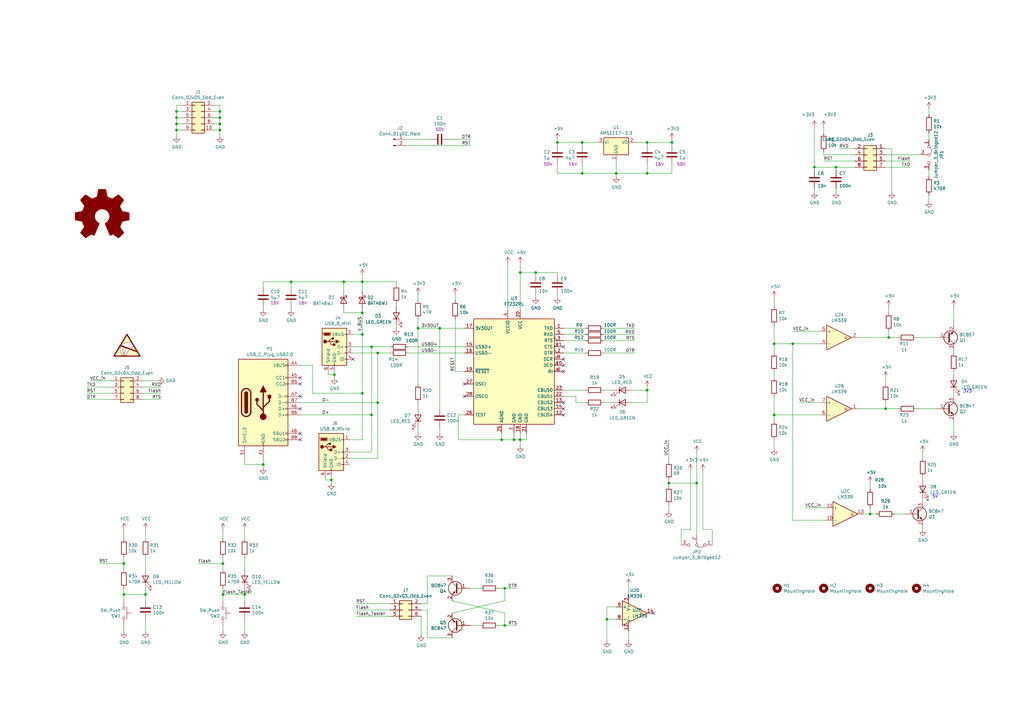
<source format=kicad_sch>
(kicad_sch (version 20211123) (generator eeschema)
  (paper "A3")
  (title_block (title "Flashpcb") (date "2020-10-16") (rev "1") (company "Rahlf, Henning and Rahlf, Eike and Mecke, Bruno"))
  (junction (at 148.59 128.27))
  (junction (at 148.59 137.16))
  (junction (at 274.32 198.12))
  (junction (at 228.6 58.42))
  (junction (at 90.17 53.34))
  (junction (at 205.74 180.34))
  (junction (at 137.16 153.67))
  (junction (at 252.73 71.12))
  (junction (at 219.71 111.76))
  (junction (at 248.92 254))
  (junction (at 90.17 48.26))
  (junction (at 238.76 58.42))
  (junction (at 152.4 170.18))
  (junction (at 334.01 68.58))
  (junction (at 180.34 134.62))
  (junction (at 72.39 48.26))
  (junction (at 171.45 134.62))
  (junction (at 152.4 142.24))
  (junction (at 285.75 198.12))
  (junction (at 72.39 50.8))
  (junction (at 213.36 111.76))
  (junction (at 325.12 140.97))
  (junction (at 265.43 58.42))
  (junction (at 148.59 161.29))
  (junction (at 356.87 210.82))
  (junction (at 107.95 190.5))
  (junction (at 317.5 140.97))
  (junction (at 91.44 231.14))
  (junction (at 364.49 138.43))
  (junction (at 140.97 115.57))
  (junction (at 363.22 167.64))
  (junction (at 50.8 243.84))
  (junction (at 154.94 144.78))
  (junction (at 238.76 71.12))
  (junction (at 154.94 165.1))
  (junction (at 265.43 160.02))
  (junction (at 342.9 68.58))
  (junction (at 148.59 115.57))
  (junction (at 213.36 180.34))
  (junction (at 119.38 115.57))
  (junction (at 317.5 170.18))
  (junction (at 207.01 256.54))
  (junction (at 72.39 45.72))
  (junction (at 135.89 196.85))
  (junction (at 265.43 71.12))
  (junction (at 72.39 53.34))
  (junction (at 275.59 58.42))
  (junction (at 90.17 50.8))
  (junction (at 50.8 231.14))
  (junction (at 210.82 180.34))
  (junction (at 91.44 243.84))
  (junction (at 100.33 243.84))
  (junction (at 90.17 45.72))
  (junction (at 59.69 243.84))
  (junction (at 207.01 241.3))
  (no_connect (at 123.19 154.94))
  (no_connect (at 231.14 170.18))
  (no_connect (at 231.14 167.64))
  (no_connect (at 123.19 180.34))
  (no_connect (at 231.14 147.32))
  (no_connect (at 267.97 251.46))
  (no_connect (at 231.14 152.4))
  (no_connect (at 190.5 157.48))
  (no_connect (at 123.19 162.56))
  (no_connect (at 123.19 177.8))
  (no_connect (at 123.19 157.48))
  (no_connect (at 231.14 165.1))
  (no_connect (at 123.19 167.64))
  (no_connect (at 190.5 162.56))
  (no_connect (at 144.78 147.32))
  (no_connect (at 231.14 142.24))
  (no_connect (at 231.14 149.86))
  (wire (pts (xy 238.76 67.31) (xy 238.76 71.12)))
  (wire (pts (xy 162.56 115.57) (xy 162.56 116.84)))
  (wire (pts (xy 35.56 163.83) (xy 45.72 163.83)))
  (wire (pts (xy 152.4 142.24) (xy 160.02 142.24)))
  (wire (pts (xy 375.92 138.43) (xy 383.54 138.43)))
  (wire (pts (xy 50.8 217.17) (xy 50.8 220.98)))
  (wire (pts (xy 378.46 205.74) (xy 378.46 204.47)))
  (wire (pts (xy 285.75 198.12) (xy 285.75 219.71)))
  (wire (pts (xy 236.22 165.1) (xy 240.03 165.1)))
  (wire (pts (xy 186.69 130.81) (xy 186.69 152.4)))
  (wire (pts (xy 207.01 241.3) (xy 212.09 241.3)))
  (wire (pts (xy 364.49 138.43) (xy 368.3 138.43)))
  (wire (pts (xy 74.93 45.72) (xy 72.39 45.72)))
  (wire (pts (xy 100.33 190.5) (xy 107.95 190.5)))
  (wire (pts (xy 193.04 241.3) (xy 196.85 241.3)))
  (wire (pts (xy 317.5 180.34) (xy 317.5 184.15)))
  (wire (pts (xy 35.56 161.29) (xy 45.72 161.29)))
  (wire (pts (xy 363.22 68.58) (xy 373.38 68.58)))
  (wire (pts (xy 59.69 241.3) (xy 59.69 243.84)))
  (wire (pts (xy 134.62 152.4) (xy 134.62 153.67)))
  (wire (pts (xy 186.69 152.4) (xy 190.5 152.4)))
  (wire (pts (xy 66.04 158.75) (xy 58.42 158.75)))
  (wire (pts (xy 100.33 241.3) (xy 100.33 243.84)))
  (wire (pts (xy 381 44.45) (xy 381 46.99)))
  (wire (pts (xy 171.45 134.62) (xy 171.45 130.81)))
  (wire (pts (xy 334.01 69.85) (xy 334.01 68.58)))
  (wire (pts (xy 317.5 170.18) (xy 336.55 170.18)))
  (wire (pts (xy 187.96 170.18) (xy 190.5 170.18)))
  (wire (pts (xy 81.28 231.14) (xy 91.44 231.14)))
  (wire (pts (xy 228.6 120.65) (xy 228.6 121.92)))
  (wire (pts (xy 265.43 160.02) (xy 265.43 165.1)))
  (wire (pts (xy 342.9 77.47) (xy 342.9 78.74)))
  (wire (pts (xy 148.59 113.03) (xy 148.59 115.57)))
  (wire (pts (xy 166.37 59.69) (xy 193.04 59.69)))
  (wire (pts (xy 154.94 165.1) (xy 154.94 187.96)))
  (wire (pts (xy 148.59 137.16) (xy 144.78 137.16)))
  (wire (pts (xy 87.63 50.8) (xy 90.17 50.8)))
  (wire (pts (xy 146.05 247.65) (xy 160.02 247.65)))
  (wire (pts (xy 248.92 254) (xy 248.92 262.89)))
  (wire (pts (xy 148.59 161.29) (xy 148.59 180.34)))
  (wire (pts (xy 336.55 165.1) (xy 327.66 165.1)))
  (wire (pts (xy 50.8 243.84) (xy 59.69 243.84)))
  (wire (pts (xy 292.1 223.52) (xy 292.1 217.17)))
  (wire (pts (xy 375.92 167.64) (xy 383.54 167.64)))
  (wire (pts (xy 74.93 43.18) (xy 72.39 43.18)))
  (wire (pts (xy 140.97 127) (xy 140.97 128.27)))
  (wire (pts (xy 275.59 71.12) (xy 275.59 67.31)))
  (wire (pts (xy 210.82 177.8) (xy 210.82 180.34)))
  (wire (pts (xy 265.43 58.42) (xy 275.59 58.42)))
  (wire (pts (xy 154.94 144.78) (xy 154.94 165.1)))
  (wire (pts (xy 339.09 213.36) (xy 325.12 213.36)))
  (wire (pts (xy 228.6 57.15) (xy 228.6 58.42)))
  (wire (pts (xy 236.22 162.56) (xy 236.22 165.1)))
  (wire (pts (xy 152.4 170.18) (xy 152.4 185.42)))
  (wire (pts (xy 74.93 53.34) (xy 72.39 53.34)))
  (wire (pts (xy 180.34 134.62) (xy 190.5 134.62)))
  (wire (pts (xy 185.42 246.38) (xy 207.01 251.46)))
  (wire (pts (xy 50.8 231.14) (xy 50.8 233.68)))
  (wire (pts (xy 259.08 160.02) (xy 265.43 160.02)))
  (wire (pts (xy 171.45 167.64) (xy 171.45 165.1)))
  (wire (pts (xy 50.8 256.54) (xy 50.8 259.08)))
  (wire (pts (xy 274.32 199.39) (xy 274.32 198.12)))
  (wire (pts (xy 184.15 57.15) (xy 193.04 57.15)))
  (wire (pts (xy 107.95 118.11) (xy 107.95 115.57)))
  (wire (pts (xy 317.5 170.18) (xy 317.5 172.72)))
  (wire (pts (xy 238.76 58.42) (xy 238.76 59.69)))
  (wire (pts (xy 207.01 251.46) (xy 207.01 256.54)))
  (wire (pts (xy 72.39 48.26) (xy 72.39 50.8)))
  (wire (pts (xy 128.27 149.86) (xy 128.27 161.29)))
  (wire (pts (xy 148.59 128.27) (xy 148.59 127)))
  (wire (pts (xy 100.33 243.84) (xy 100.33 246.38)))
  (wire (pts (xy 378.46 217.17) (xy 378.46 215.9)))
  (wire (pts (xy 59.69 228.6) (xy 59.69 233.68)))
  (wire (pts (xy 381 54.61) (xy 381 57.15)))
  (wire (pts (xy 87.63 48.26) (xy 90.17 48.26)))
  (wire (pts (xy 260.35 58.42) (xy 265.43 58.42)))
  (wire (pts (xy 285.75 198.12) (xy 285.75 185.42)))
  (wire (pts (xy 228.6 111.76) (xy 228.6 113.03)))
  (wire (pts (xy 231.14 160.02) (xy 240.03 160.02)))
  (wire (pts (xy 123.19 149.86) (xy 128.27 149.86)))
  (wire (pts (xy 210.82 180.34) (xy 213.36 180.34)))
  (wire (pts (xy 248.92 254) (xy 252.73 254)))
  (wire (pts (xy 58.42 161.29) (xy 66.04 161.29)))
  (wire (pts (xy 154.94 144.78) (xy 144.78 144.78)))
  (wire (pts (xy 231.14 137.16) (xy 240.03 137.16)))
  (wire (pts (xy 205.74 177.8) (xy 205.74 180.34)))
  (wire (pts (xy 283.21 193.04) (xy 283.21 217.17)))
  (wire (pts (xy 334.01 68.58) (xy 342.9 68.58)))
  (wire (pts (xy 87.63 45.72) (xy 90.17 45.72)))
  (wire (pts (xy 160.02 144.78) (xy 154.94 144.78)))
  (wire (pts (xy 213.36 111.76) (xy 213.36 127)))
  (wire (pts (xy 72.39 43.18) (xy 72.39 45.72)))
  (wire (pts (xy 208.28 107.95) (xy 208.28 127)))
  (wire (pts (xy 148.59 115.57) (xy 148.59 119.38)))
  (wire (pts (xy 107.95 127) (xy 107.95 125.73)))
  (wire (pts (xy 107.95 190.5) (xy 107.95 191.77)))
  (wire (pts (xy 58.42 163.83) (xy 66.04 163.83)))
  (wire (pts (xy 91.44 228.6) (xy 91.44 231.14)))
  (wire (pts (xy 363.22 60.96) (xy 365.76 60.96)))
  (wire (pts (xy 317.5 152.4) (xy 317.5 154.94)))
  (wire (pts (xy 175.26 247.65) (xy 175.26 236.22)))
  (wire (pts (xy 143.51 185.42) (xy 152.4 185.42)))
  (wire (pts (xy 364.49 135.89) (xy 364.49 138.43)))
  (wire (pts (xy 175.26 236.22) (xy 185.42 236.22)))
  (wire (pts (xy 135.89 196.85) (xy 135.89 198.12)))
  (wire (pts (xy 207.01 246.38) (xy 207.01 241.3)))
  (wire (pts (xy 279.4 217.17) (xy 283.21 217.17)))
  (wire (pts (xy 72.39 45.72) (xy 72.39 48.26)))
  (wire (pts (xy 391.16 162.56) (xy 391.16 161.29)))
  (wire (pts (xy 36.83 156.21) (xy 45.72 156.21)))
  (wire (pts (xy 231.14 139.7) (xy 240.03 139.7)))
  (wire (pts (xy 337.82 63.5) (xy 337.82 62.23)))
  (wire (pts (xy 248.92 248.92) (xy 248.92 254)))
  (wire (pts (xy 100.33 228.6) (xy 100.33 233.68)))
  (wire (pts (xy 247.65 144.78) (xy 260.35 144.78)))
  (wire (pts (xy 187.96 180.34) (xy 187.96 170.18)))
  (wire (pts (xy 231.14 134.62) (xy 240.03 134.62)))
  (wire (pts (xy 356.87 210.82) (xy 359.41 210.82)))
  (wire (pts (xy 317.5 144.78) (xy 317.5 140.97)))
  (wire (pts (xy 133.35 195.58) (xy 133.35 196.85)))
  (wire (pts (xy 172.72 252.73) (xy 172.72 260.35)))
  (wire (pts (xy 91.44 231.14) (xy 91.44 233.68)))
  (wire (pts (xy 391.16 153.67) (xy 391.16 152.4)))
  (wire (pts (xy 74.93 48.26) (xy 72.39 48.26)))
  (wire (pts (xy 171.45 157.48) (xy 171.45 134.62)))
  (wire (pts (xy 207.01 256.54) (xy 212.09 256.54)))
  (wire (pts (xy 317.5 121.92) (xy 317.5 125.73)))
  (wire (pts (xy 90.17 53.34) (xy 90.17 55.88)))
  (wire (pts (xy 167.64 142.24) (xy 190.5 142.24)))
  (wire (pts (xy 228.6 58.42) (xy 228.6 59.69)))
  (wire (pts (xy 317.5 140.97) (xy 317.5 133.35)))
  (wire (pts (xy 90.17 50.8) (xy 90.17 53.34)))
  (wire (pts (xy 354.33 210.82) (xy 356.87 210.82)))
  (wire (pts (xy 40.64 231.14) (xy 50.8 231.14)))
  (wire (pts (xy 50.8 228.6) (xy 50.8 231.14)))
  (wire (pts (xy 213.36 177.8) (xy 213.36 180.34)))
  (wire (pts (xy 391.16 125.73) (xy 391.16 133.35)))
  (wire (pts (xy 134.62 153.67) (xy 137.16 153.67)))
  (wire (pts (xy 91.44 246.38) (xy 91.44 243.84)))
  (wire (pts (xy 391.16 177.8) (xy 391.16 172.72)))
  (wire (pts (xy 171.45 123.19) (xy 171.45 120.65)))
  (wire (pts (xy 219.71 120.65) (xy 219.71 121.92)))
  (wire (pts (xy 213.36 182.88) (xy 213.36 180.34)))
  (wire (pts (xy 325.12 140.97) (xy 325.12 213.36)))
  (wire (pts (xy 257.81 243.84) (xy 257.81 240.03)))
  (wire (pts (xy 137.16 153.67) (xy 137.16 152.4)))
  (wire (pts (xy 35.56 158.75) (xy 45.72 158.75)))
  (wire (pts (xy 228.6 58.42) (xy 238.76 58.42)))
  (wire (pts (xy 91.44 217.17) (xy 91.44 220.98)))
  (wire (pts (xy 274.32 196.85) (xy 274.32 198.12)))
  (wire (pts (xy 363.22 66.04) (xy 373.38 66.04)))
  (wire (pts (xy 378.46 185.42) (xy 378.46 187.96)))
  (wire (pts (xy 381 69.85) (xy 381 72.39)))
  (wire (pts (xy 219.71 111.76) (xy 213.36 111.76)))
  (wire (pts (xy 378.46 196.85) (xy 378.46 195.58)))
  (wire (pts (xy 107.95 115.57) (xy 119.38 115.57)))
  (wire (pts (xy 162.56 133.35) (xy 162.56 134.62)))
  (wire (pts (xy 381 82.55) (xy 381 80.01)))
  (wire (pts (xy 247.65 139.7) (xy 260.35 139.7)))
  (wire (pts (xy 339.09 208.28) (xy 330.2 208.28)))
  (wire (pts (xy 342.9 68.58) (xy 342.9 69.85)))
  (wire (pts (xy 292.1 217.17) (xy 288.29 217.17)))
  (wire (pts (xy 337.82 54.61) (xy 337.82 52.07)))
  (wire (pts (xy 215.9 180.34) (xy 215.9 177.8)))
  (wire (pts (xy 213.36 107.95) (xy 213.36 111.76)))
  (wire (pts (xy 368.3 167.64) (xy 363.22 167.64)))
  (wire (pts (xy 337.82 66.04) (xy 350.52 66.04)))
  (wire (pts (xy 119.38 115.57) (xy 140.97 115.57)))
  (wire (pts (xy 91.44 256.54) (xy 91.44 259.08)))
  (wire (pts (xy 257.81 259.08) (xy 257.81 262.89)))
  (wire (pts (xy 252.73 248.92) (xy 248.92 248.92)))
  (wire (pts (xy 238.76 58.42) (xy 245.11 58.42)))
  (wire (pts (xy 59.69 259.08) (xy 59.69 254)))
  (wire (pts (xy 58.42 156.21) (xy 64.77 156.21)))
  (wire (pts (xy 231.14 162.56) (xy 236.22 162.56)))
  (wire (pts (xy 364.49 125.73) (xy 364.49 128.27)))
  (wire (pts (xy 146.05 252.73) (xy 160.02 252.73)))
  (wire (pts (xy 154.94 187.96) (xy 143.51 187.96)))
  (wire (pts (xy 336.55 135.89) (xy 325.12 135.89)))
  (wire (pts (xy 219.71 113.03) (xy 219.71 111.76)))
  (wire (pts (xy 207.01 256.54) (xy 204.47 256.54)))
  (wire (pts (xy 247.65 134.62) (xy 260.35 134.62)))
  (wire (pts (xy 350.52 60.96) (xy 344.17 60.96)))
  (wire (pts (xy 219.71 111.76) (xy 228.6 111.76)))
  (wire (pts (xy 205.74 180.34) (xy 210.82 180.34)))
  (wire (pts (xy 356.87 208.28) (xy 356.87 210.82)))
  (wire (pts (xy 265.43 58.42) (xy 265.43 59.69)))
  (wire (pts (xy 228.6 67.31) (xy 228.6 71.12)))
  (wire (pts (xy 275.59 58.42) (xy 275.59 59.69)))
  (wire (pts (xy 137.16 153.67) (xy 137.16 154.94)))
  (wire (pts (xy 367.03 210.82) (xy 370.84 210.82)))
  (wire (pts (xy 166.37 57.15) (xy 176.53 57.15)))
  (wire (pts (xy 172.72 250.19) (xy 175.26 250.19)))
  (wire (pts (xy 171.45 175.26) (xy 171.45 177.8)))
  (wire (pts (xy 186.69 120.65) (xy 186.69 123.19)))
  (wire (pts (xy 162.56 124.46) (xy 162.56 125.73)))
  (wire (pts (xy 148.59 137.16) (xy 148.59 161.29)))
  (wire (pts (xy 143.51 180.34) (xy 148.59 180.34)))
  (wire (pts (xy 100.33 217.17) (xy 100.33 220.98)))
  (wire (pts (xy 123.19 170.18) (xy 152.4 170.18)))
  (wire (pts (xy 119.38 118.11) (xy 119.38 115.57)))
  (wire (pts (xy 180.34 167.64) (xy 180.34 134.62)))
  (wire (pts (xy 252.73 66.04) (xy 252.73 71.12)))
  (wire (pts (xy 119.38 127) (xy 119.38 125.73)))
  (wire (pts (xy 342.9 68.58) (xy 350.52 68.58)))
  (wire (pts (xy 107.95 190.5) (xy 107.95 187.96)))
  (wire (pts (xy 140.97 115.57) (xy 140.97 119.38)))
  (wire (pts (xy 275.59 57.15) (xy 275.59 58.42)))
  (wire (pts (xy 334.01 68.58) (xy 334.01 52.07)))
  (wire (pts (xy 279.4 223.52) (xy 279.4 217.17)))
  (wire (pts (xy 351.79 138.43) (xy 364.49 138.43)))
  (wire (pts (xy 247.65 160.02) (xy 251.46 160.02)))
  (wire (pts (xy 135.89 196.85) (xy 135.89 195.58)))
  (wire (pts (xy 391.16 144.78) (xy 391.16 143.51)))
  (wire (pts (xy 90.17 48.26) (xy 90.17 50.8)))
  (wire (pts (xy 231.14 144.78) (xy 240.03 144.78)))
  (wire (pts (xy 180.34 175.26) (xy 180.34 177.8)))
  (wire (pts (xy 265.43 165.1) (xy 259.08 165.1)))
  (wire (pts (xy 90.17 45.72) (xy 90.17 48.26)))
  (wire (pts (xy 50.8 243.84) (xy 50.8 241.3)))
  (wire (pts (xy 265.43 158.75) (xy 265.43 160.02)))
  (wire (pts (xy 274.32 180.34) (xy 274.32 189.23)))
  (wire (pts (xy 205.74 180.34) (xy 187.96 180.34)))
  (wire (pts (xy 144.78 142.24) (xy 152.4 142.24)))
  (wire (pts (xy 133.35 196.85) (xy 135.89 196.85)))
  (wire (pts (xy 72.39 53.34) (xy 72.39 55.88)))
  (wire (pts (xy 265.43 71.12) (xy 275.59 71.12)))
  (wire (pts (xy 351.79 167.64) (xy 363.22 167.64)))
  (wire (pts (xy 252.73 71.12) (xy 252.73 72.39)))
  (wire (pts (xy 59.69 217.17) (xy 59.69 220.98)))
  (wire (pts (xy 140.97 128.27) (xy 148.59 128.27)))
  (wire (pts (xy 252.73 71.12) (xy 265.43 71.12)))
  (wire (pts (xy 50.8 246.38) (xy 50.8 243.84)))
  (wire (pts (xy 91.44 243.84) (xy 91.44 241.3)))
  (wire (pts (xy 152.4 142.24) (xy 152.4 170.18)))
  (wire (pts (xy 128.27 161.29) (xy 148.59 161.29)))
  (wire (pts (xy 140.97 115.57) (xy 148.59 115.57)))
  (wire (pts (xy 87.63 43.18) (xy 90.17 43.18)))
  (wire (pts (xy 74.93 50.8) (xy 72.39 50.8)))
  (wire (pts (xy 175.26 250.19) (xy 175.26 261.62)))
  (wire (pts (xy 317.5 170.18) (xy 317.5 162.56)))
  (wire (pts (xy 171.45 134.62) (xy 180.34 134.62)))
  (wire (pts (xy 72.39 50.8) (xy 72.39 53.34)))
  (wire (pts (xy 148.59 115.57) (xy 162.56 115.57)))
  (wire (pts (xy 148.59 128.27) (xy 148.59 137.16)))
  (wire (pts (xy 207.01 241.3) (xy 204.47 241.3)))
  (wire (pts (xy 185.42 251.46) (xy 207.01 246.38)))
  (wire (pts (xy 90.17 43.18) (xy 90.17 45.72)))
  (wire (pts (xy 87.63 53.34) (xy 90.17 53.34)))
  (wire (pts (xy 365.76 78.74) (xy 365.76 60.96)))
  (wire (pts (xy 196.85 256.54) (xy 193.04 256.54)))
  (wire (pts (xy 363.22 167.64) (xy 363.22 165.1)))
  (wire (pts (xy 123.19 165.1) (xy 154.94 165.1)))
  (wire (pts (xy 172.72 247.65) (xy 175.26 247.65)))
  (wire (pts (xy 334.01 77.47) (xy 334.01 78.74)))
  (wire (pts (xy 288.29 193.04) (xy 288.29 217.17)))
  (wire (pts (xy 190.5 144.78) (xy 167.64 144.78)))
  (wire (pts (xy 274.32 198.12) (xy 285.75 198.12)))
  (wire (pts (xy 100.33 187.96) (xy 100.33 190.5)))
  (wire (pts (xy 175.26 261.62) (xy 185.42 261.62)))
  (wire (pts (xy 363.22 63.5) (xy 377.19 63.5)))
  (wire (pts (xy 91.44 243.84) (xy 100.33 243.84)))
  (wire (pts (xy 274.32 209.55) (xy 274.32 207.01)))
  (wire (pts (xy 356.87 200.66) (xy 356.87 198.12)))
  (wire (pts (xy 363.22 154.94) (xy 363.22 157.48)))
  (wire (pts (xy 325.12 140.97) (xy 336.55 140.97)))
  (wire (pts (xy 238.76 71.12) (xy 252.73 71.12)))
  (wire (pts (xy 100.33 259.08) (xy 100.33 254)))
  (wire (pts (xy 247.65 165.1) (xy 251.46 165.1)))
  (wire (pts (xy 59.69 243.84) (xy 59.69 246.38)))
  (wire (pts (xy 228.6 71.12) (xy 238.76 71.12)))
  (wire (pts (xy 350.52 63.5) (xy 337.82 63.5)))
  (wire (pts (xy 146.05 250.19) (xy 160.02 250.19)))
  (wire (pts (xy 265.43 67.31) (xy 265.43 71.12)))
  (wire (pts (xy 247.65 137.16) (xy 260.35 137.16)))
  (wire (pts (xy 317.5 140.97) (xy 325.12 140.97)))
  (wire (pts (xy 213.36 180.34) (xy 215.9 180.34)))
  (text "5V\n" (at 382.27 204.47 0) (effects (font (size 1.27 1.27)) (justify left bottom)))
  (text "3V3\n" (at 394.97 161.29 0) (effects (font (size 1.27 1.27)) (justify left bottom)))
  (label "VCC_in" (at 330.2 208.28 0))
  (label "3V3OUT" (at 172.72 134.62 0))
  (label "USBD+" (at 172.72 142.24 0))
  (label "RXD" (at 260.35 137.16 180))
  (label "DTR" (at 260.35 144.78 180))
  (label "V_BUS" (at 148.59 135.89 90))
  (label "Flash" (at 81.28 231.14 0))
  (label "VCC_in" (at 325.12 135.89 0))
  (label "USBD-" (at 172.72 144.78 0))
  (label "RST" (at 40.64 231.14 0))
  (label "RST" (at 35.56 161.29 0))
  (label "VCC_in" (at 327.66 165.1 0))
  (label "RST" (at 337.82 66.04 0))
  (label "RTS" (at 212.09 256.54 180))
  (label "RST" (at 193.04 59.69 180))
  (label "Flash" (at 146.05 250.19 0))
  (label "VCC_in" (at 36.83 156.21 0))
  (label "Flash_Taster" (at 91.44 243.84 0))
  (label "RTS" (at 66.04 163.83 180))
  (label "TXD" (at 260.35 134.62 180))
  (label "TXD" (at 373.38 68.58 180))
  (label "DTR" (at 193.04 57.15 180))
  (label "TXD" (at 35.56 158.75 0))
  (label "RTS" (at 260.35 139.7 180))
  (label "Flash_Taster" (at 146.05 252.73 0))
  (label "DTR" (at 212.09 241.3 180))
  (label "VCC_in" (at 274.32 180.34 270))
  (label "RST" (at 146.05 247.65 0))
  (label "RXD" (at 344.17 60.96 0))
  (label "DTR" (at 35.56 163.83 0))
  (label "D+" (at 132.08 170.18 0))
  (label "RESET" (at 186.69 152.4 90))
  (label "Flash" (at 66.04 161.29 180))
  (label "RXD" (at 66.04 158.75 180))
  (label "D-" (at 132.08 165.1 0))
  (label "Flash" (at 373.38 66.04 180))
  (symbol (lib_id "Interface_USB:FT232RL") (at 210.82 152.4 0) (unit 1)
    (property "Reference" "U3" (at 210.82 122.4026 0))
    (property "Value" "FT232RL" (at 210.82 124.714 0))
    (property "Footprint" "Package_SO:SSOP-28_5.3x10.2mm_P0.65mm" (effects hide))
    (property "Datasheet" "https://www.ftdichip.com/Support/Documents/DataSheets/ICs/DS_FT232R.pdf" (effects hide))
  )
  (symbol (lib_id "Connector:USB_B_Mini") (at 137.16 142.24 0) (unit 1)
    (property "Reference" "J4" (at 138.6078 130.3782 0))
    (property "Value" "USB_B_Mini" (at 138.6078 132.6896 0))
    (property "Footprint" "Connector_USB_User:USB_Mini-B_Wuerth_65100516121_Horizontal" (effects hide))
  )
  (symbol (lib_id "Connector:USB_B_Micro") (at 135.89 185.42 0) (unit 1)
    (property "Reference" "J6" (at 137.3378 173.5582 0))
    (property "Value" "USB_B_Micro" (at 137.3378 175.8696 0))
    (property "Footprint" "Connector_USB:USB_Micro-B_Molex_47346-0001" (effects hide))
  )
  (symbol (lib_id "Device:R") (at 50.8 224.79 0) (unit 1)
    (property "Reference" "R30" (at 52.578 223.6216 0) (effects (justify left)))
    (property "Value" "10k" (at 52.578 225.933 0) (effects (justify left)))
    (property "Footprint" "Resistor_SMD:R_0805_2012Metric" (effects hide))
  )
  (symbol (lib_id "Device:R") (at 50.8 237.49 0) (unit 1)
    (property "Reference" "R34" (at 52.578 236.3216 0) (effects (justify left)))
    (property "Value" "470R" (at 52.578 238.633 0) (effects (justify left)))
    (property "Footprint" "Resistor_SMD:R_0805_2012Metric" (effects hide))
  )
  (symbol (lib_id "Device:R") (at 59.69 224.79 0) (unit 1)
    (property "Reference" "R31" (at 61.468 223.6216 0) (effects (justify left)))
    (property "Value" "1k" (at 61.468 225.933 0) (effects (justify left)))
    (property "Footprint" "Resistor_SMD:R_0805_2012Metric" (effects hide))
  )
  (symbol (lib_id "Device:LED") (at 59.69 237.49 90) (unit 1)
    (property "Reference" "D9" (at 62.6618 236.4994 90) (effects (justify right)))
    (property "Value" "LED_YELLOW" (at 62.6618 238.8108 90) (effects (justify right)))
    (property "Footprint" "LED_SMD:LED_0805_2012Metric" (effects hide))
  )
  (symbol (lib_id "Device:C") (at 59.69 250.19 0) (unit 1)
    (property "Reference" "C13" (at 62.611 249.0216 0) (effects (justify left)))
    (property "Value" "100n" (at 62.611 251.333 0) (effects (justify left)))
    (property "Footprint" "Capacitor_SMD:C_0805_2012Metric" (effects hide))
    (property "Spannung" "50V" (effects hide))
  )
  (symbol (lib_id "power:VCC") (at 59.69 217.17 0) (unit 1)
    (property "Reference" "#PWR044" (effects hide))
    (property "Value" "VCC" (at 60.1218 212.7758 0))
  )
  (symbol (lib_id "power:VCC") (at 50.8 217.17 0) (unit 1)
    (property "Reference" "#PWR043" (effects hide))
    (property "Value" "VCC" (at 51.2318 212.7758 0))
  )
  (symbol (lib_id "power:GND") (at 50.8 259.08 0) (unit 1)
    (property "Reference" "#PWR049" (effects hide))
    (property "Value" "GND" (at 50.927 263.4742 0))
  )
  (symbol (lib_id "power:GND") (at 59.69 259.08 0) (unit 1)
    (property "Reference" "#PWR050" (effects hide))
    (property "Value" "GND" (at 59.817 263.4742 0))
  )
  (symbol (lib_id "Device:R") (at 91.44 224.79 0) (unit 1)
    (property "Reference" "R32" (at 93.218 223.6216 0) (effects (justify left)))
    (property "Value" "10k" (at 93.218 225.933 0) (effects (justify left)))
    (property "Footprint" "Resistor_SMD:R_0805_2012Metric" (effects hide))
  )
  (symbol (lib_id "Device:R") (at 91.44 237.49 0) (unit 1)
    (property "Reference" "R35" (at 93.218 236.3216 0) (effects (justify left)))
    (property "Value" "470R" (at 93.218 238.633 0) (effects (justify left)))
    (property "Footprint" "Resistor_SMD:R_0805_2012Metric" (effects hide))
  )
  (symbol (lib_id "Device:R") (at 100.33 224.79 0) (unit 1)
    (property "Reference" "R33" (at 102.108 223.6216 0) (effects (justify left)))
    (property "Value" "1k" (at 102.108 225.933 0) (effects (justify left)))
    (property "Footprint" "Resistor_SMD:R_0805_2012Metric" (effects hide))
  )
  (symbol (lib_id "Device:LED") (at 100.33 237.49 90) (unit 1)
    (property "Reference" "D10" (at 103.3018 236.4994 90) (effects (justify right)))
    (property "Value" "LED_YELLOW" (at 103.3018 238.8108 90) (effects (justify right)))
    (property "Footprint" "LED_SMD:LED_0805_2012Metric" (effects hide))
  )
  (symbol (lib_id "Device:C") (at 100.33 250.19 0) (unit 1)
    (property "Reference" "C14" (at 103.251 249.0216 0) (effects (justify left)))
    (property "Value" "100n" (at 103.251 251.333 0) (effects (justify left)))
    (property "Footprint" "Capacitor_SMD:C_0805_2012Metric" (effects hide))
    (property "Spannung" "50V" (effects hide))
  )
  (symbol (lib_id "power:VCC") (at 100.33 217.17 0) (unit 1)
    (property "Reference" "#PWR046" (effects hide))
    (property "Value" "VCC" (at 100.7618 212.7758 0))
  )
  (symbol (lib_id "power:VCC") (at 91.44 217.17 0) (unit 1)
    (property "Reference" "#PWR045" (effects hide))
    (property "Value" "VCC" (at 91.8718 212.7758 0))
  )
  (symbol (lib_id "power:GND") (at 91.44 259.08 0) (unit 1)
    (property "Reference" "#PWR051" (effects hide))
    (property "Value" "GND" (at 91.567 263.4742 0))
  )
  (symbol (lib_id "power:GND") (at 100.33 259.08 0) (unit 1)
    (property "Reference" "#PWR052" (effects hide))
    (property "Value" "GND" (at 100.457 263.4742 0))
  )
  (symbol (lib_id "Device:R") (at 200.66 241.3 270) (unit 1)
    (property "Reference" "R36" (at 200.66 236.0422 90))
    (property "Value" "10k" (at 200.66 238.3536 90))
    (property "Footprint" "Resistor_SMD:R_0805_2012Metric" (effects hide))
  )
  (symbol (lib_id "Device:R") (at 200.66 256.54 270) (unit 1)
    (property "Reference" "R37" (at 200.66 251.2822 90))
    (property "Value" "10k" (at 200.66 253.5936 90))
    (property "Footprint" "Resistor_SMD:R_0805_2012Metric" (effects hide))
  )
  (symbol (lib_id "Transistor_BJT:BC847") (at 187.96 256.54 180) (unit 1)
    (property "Reference" "Q5" (at 183.1086 255.3716 0) (effects (justify left)))
    (property "Value" "BC847" (at 183.1086 257.683 0) (effects (justify left)))
    (property "Footprint" "Package_TO_SOT_SMD:SOT-23" (effects hide))
    (property "Datasheet" "http://www.infineon.com/dgdl/Infineon-BC847SERIES_BC848SERIES_BC849SERIES_BC850SERIES-DS-v01_01-en.pdf?fileId=db3a304314dca389011541d4630a1657" (effects hide))
  )
  (symbol (lib_id "Transistor_BJT:BC847") (at 187.96 241.3 0) (mirror y) (unit 1)
    (property "Reference" "Q4" (at 183.1086 242.4684 0) (effects (justify left)))
    (property "Value" "BC847" (at 183.1086 240.157 0) (effects (justify left)))
    (property "Footprint" "Package_TO_SOT_SMD:SOT-23" (effects hide))
    (property "Datasheet" "http://www.infineon.com/dgdl/Infineon-BC847SERIES_BC848SERIES_BC849SERIES_BC850SERIES-DS-v01_01-en.pdf?fileId=db3a304314dca389011541d4630a1657" (effects hide))
  )
  (symbol (lib_id "Connector_Generic:Conn_02x03_Odd_Even") (at 165.1 250.19 0) (unit 1)
    (property "Reference" "J7" (at 166.37 242.1382 0))
    (property "Value" "Conn_02x03_Odd_Even" (at 166.37 244.4496 0))
    (property "Footprint" "Connector_PinHeader_2.54mm:PinHeader_2x03_P2.54mm_Vertical" (effects hide))
  )
  (symbol (lib_id "power:GND") (at 172.72 260.35 0) (unit 1)
    (property "Reference" "#PWR053" (effects hide))
    (property "Value" "GND" (at 172.847 264.7442 0))
  )
  (symbol (lib_id "Device:C") (at 180.34 171.45 0) (unit 1)
    (property "Reference" "C12" (at 183.261 170.2816 0) (effects (justify left)))
    (property "Value" "100n" (at 183.261 172.593 0) (effects (justify left)))
    (property "Footprint" "Capacitor_SMD:C_0805_2012Metric" (effects hide))
    (property "Spannung" "50V" (effects hide))
  )
  (symbol (lib_id "Device:LED") (at 171.45 171.45 270) (mirror x) (unit 1)
    (property "Reference" "D7" (at 168.4528 170.4594 90) (effects (justify right)))
    (property "Value" "LED_RED" (at 168.4528 172.7708 90) (effects (justify right)))
    (property "Footprint" "LED_SMD:LED_0805_2012Metric" (effects hide))
  )
  (symbol (lib_id "power:GND") (at 213.36 182.88 0) (unit 1)
    (property "Reference" "#PWR033" (effects hide))
    (property "Value" "GND" (at 213.487 187.2742 0))
  )
  (symbol (lib_id "Device:R") (at 243.84 134.62 270) (unit 1)
    (property "Reference" "R9" (at 237.49 133.35 90))
    (property "Value" "100R" (at 250.19 133.35 90))
    (property "Footprint" "Resistor_SMD:R_0805_2012Metric" (effects hide))
  )
  (symbol (lib_id "Device:R") (at 243.84 137.16 270) (unit 1)
    (property "Reference" "R10" (at 237.49 135.89 90))
    (property "Value" "100R" (at 250.19 135.89 90))
    (property "Footprint" "Resistor_SMD:R_0805_2012Metric" (effects hide))
  )
  (symbol (lib_id "Device:R") (at 186.69 127 0) (unit 1)
    (property "Reference" "R6" (at 188.468 125.8316 0) (effects (justify left)))
    (property "Value" "10k" (at 188.468 128.143 0) (effects (justify left)))
    (property "Footprint" "Resistor_SMD:R_0805_2012Metric" (effects hide))
  )
  (symbol (lib_id "power:+5V") (at 186.69 120.65 0) (unit 1)
    (property "Reference" "#PWR017" (effects hide))
    (property "Value" "+5V" (at 187.071 116.2558 0))
  )
  (symbol (lib_id "power:GND") (at 180.34 177.8 0) (unit 1)
    (property "Reference" "#PWR031" (effects hide))
    (property "Value" "GND" (at 180.467 182.1942 0))
  )
  (symbol (lib_id "Device:R") (at 171.45 161.29 0) (unit 1)
    (property "Reference" "R20" (at 173.228 160.1216 0) (effects (justify left)))
    (property "Value" "1k" (at 173.228 162.433 0) (effects (justify left)))
    (property "Footprint" "Resistor_SMD:R_0805_2012Metric" (effects hide))
  )
  (symbol (lib_id "power:GND") (at 171.45 177.8 0) (unit 1)
    (property "Reference" "#PWR030" (effects hide))
    (property "Value" "GND" (at 171.577 182.1942 0))
  )
  (symbol (lib_id "power:GND") (at 135.89 198.12 0) (unit 1)
    (property "Reference" "#PWR040" (effects hide))
    (property "Value" "GND" (at 136.017 202.5142 0))
  )
  (symbol (lib_id "Device:R") (at 163.83 142.24 270) (unit 1)
    (property "Reference" "R13" (at 167.64 137.16 90))
    (property "Value" "100R" (at 168.91 139.7 90))
    (property "Footprint" "Resistor_SMD:R_0805_2012Metric" (effects hide))
  )
  (symbol (lib_id "Device:R") (at 163.83 144.78 270) (unit 1)
    (property "Reference" "R14" (at 161.29 147.32 90))
    (property "Value" "100R" (at 162.56 149.86 90))
    (property "Footprint" "Resistor_SMD:R_0805_2012Metric" (effects hide))
  )
  (symbol (lib_id "Device:R") (at 171.45 127 0) (unit 1)
    (property "Reference" "R5" (at 173.228 125.8316 0) (effects (justify left)))
    (property "Value" "47R" (at 173.228 128.143 0) (effects (justify left)))
    (property "Footprint" "Resistor_SMD:R_0805_2012Metric" (effects hide))
  )
  (symbol (lib_id "power:GND") (at 137.16 154.94 0) (unit 1)
    (property "Reference" "#PWR026" (effects hide))
    (property "Value" "GND" (at 137.287 159.3342 0))
  )
  (symbol (lib_id "Device:D_Schottky") (at 148.59 123.19 270) (unit 1)
    (property "Reference" "D2" (at 150.5966 122.0216 90) (effects (justify left)))
    (property "Value" "BAT46WJ" (at 150.5966 124.333 90) (effects (justify left)))
    (property "Footprint" "Diode_SMD:D_SOD-323" (effects hide))
  )
  (symbol (lib_id "Device:D_Schottky") (at 140.97 123.19 270) (unit 1)
    (property "Reference" "D1" (at 134.62 121.92 90) (effects (justify left)))
    (property "Value" "BAT46WJ" (at 128.27 124.46 90) (effects (justify left)))
    (property "Footprint" "Diode_SMD:D_SOD-323" (effects hide))
  )
  (symbol (lib_id "power:+5V") (at 148.59 113.03 0) (unit 1)
    (property "Reference" "#PWR015" (effects hide))
    (property "Value" "+5V" (at 148.971 108.6358 0))
  )
  (symbol (lib_id "Device:R") (at 162.56 120.65 0) (unit 1)
    (property "Reference" "R4" (at 164.338 119.4816 0) (effects (justify left)))
    (property "Value" "1k" (at 164.338 121.793 0) (effects (justify left)))
    (property "Footprint" "Resistor_SMD:R_0805_2012Metric" (effects hide))
  )
  (symbol (lib_id "Device:LED") (at 162.56 129.54 90) (unit 1)
    (property "Reference" "D3" (at 153.67 129.54 90) (effects (justify right)))
    (property "Value" "LED_GREEN" (at 149.86 132.08 90) (effects (justify right)))
    (property "Footprint" "LED_SMD:LED_0805_2012Metric" (effects hide))
  )
  (symbol (lib_id "power:GND") (at 162.56 134.62 0) (unit 1)
    (property "Reference" "#PWR025" (effects hide))
    (property "Value" "GND" (at 162.687 139.0142 0))
  )
  (symbol (lib_id "power:+3V3") (at 171.45 120.65 0) (unit 1)
    (property "Reference" "#PWR016" (effects hide))
    (property "Value" "+3V3" (at 171.831 116.2558 0))
  )
  (symbol (lib_id "Regulator_Linear:AMS1117-3.3") (at 252.73 58.42 0) (unit 1)
    (property "Reference" "U1" (at 252.73 52.2732 0))
    (property "Value" "AMS1117-3.3" (at 252.73 54.5846 0))
    (property "Footprint" "Package_TO_SOT_SMD:SOT-223-3_TabPin2" (effects hide))
    (property "Datasheet" "http://www.advanced-monolithic.com/pdf/ds1117.pdf" (effects hide))
  )
  (symbol (lib_id "Device:C") (at 265.43 63.5 0) (unit 1)
    (property "Reference" "C4" (at 268.351 62.3316 0) (effects (justify left)))
    (property "Value" "4µ7" (at 268.351 64.643 0) (effects (justify left)))
    (property "Footprint" "Capacitor_SMD:C_1206_3216Metric" (effects hide))
    (property "Spannung" "16V" (at 270.51 67.31 0))
  )
  (symbol (lib_id "Device:C") (at 275.59 63.5 0) (unit 1)
    (property "Reference" "C5" (at 278.511 62.3316 0) (effects (justify left)))
    (property "Value" "1µ" (at 278.511 64.643 0) (effects (justify left)))
    (property "Footprint" "Capacitor_SMD:C_0805_2012Metric" (effects hide))
    (property "Spannung" "50V" (at 279.4 67.31 0))
  )
  (symbol (lib_id "Device:C") (at 119.38 121.92 0) (unit 1)
    (property "Reference" "C11" (at 122.301 119.6086 0) (effects (justify left)))
    (property "Value" "4µ7" (at 122.301 121.92 0) (effects (justify left)))
    (property "Footprint" "Capacitor_SMD:C_1206_3216Metric" (effects hide))
    (property "Spannung" "16V" (at 122.301 124.2314 0) (effects (justify left)))
  )
  (symbol (lib_id "Device:C") (at 107.95 121.92 0) (unit 1)
    (property "Reference" "C10" (at 110.871 119.6086 0) (effects (justify left)))
    (property "Value" "4µ7" (at 110.871 121.92 0) (effects (justify left)))
    (property "Footprint" "Capacitor_SMD:C_1206_3216Metric" (effects hide))
    (property "Spannung" "16V" (at 110.871 124.2314 0) (effects (justify left)))
  )
  (symbol (lib_id "power:GND") (at 107.95 127 0) (unit 1)
    (property "Reference" "#PWR023" (effects hide))
    (property "Value" "GND" (at 108.077 131.3942 0))
  )
  (symbol (lib_id "power:GND") (at 119.38 127 0) (unit 1)
    (property "Reference" "#PWR024" (effects hide))
    (property "Value" "GND" (at 119.507 131.3942 0))
  )
  (symbol (lib_id "Comparator:LM339") (at 344.17 167.64 0) (unit 2)
    (property "Reference" "U2" (at 344.17 158.3182 0))
    (property "Value" "LM339" (at 344.17 160.6296 0))
    (property "Footprint" "Package_SO:SOIC-14_3.9x8.7mm_P1.27mm" (effects hide))
    (property "Datasheet" "https://www.st.com/resource/en/datasheet/lm139.pdf" (effects hide))
  )
  (symbol (lib_id "Device:R") (at 243.84 160.02 270) (unit 1)
    (property "Reference" "R19" (at 243.84 154.7622 90))
    (property "Value" "1k" (at 243.84 157.0736 90))
    (property "Footprint" "Resistor_SMD:R_0805_2012Metric" (effects hide))
  )
  (symbol (lib_id "Device:R") (at 243.84 165.1 270) (unit 1)
    (property "Reference" "R22" (at 243.84 167.64 90))
    (property "Value" "1k" (at 243.84 170.18 90))
    (property "Footprint" "Resistor_SMD:R_0805_2012Metric" (effects hide))
  )
  (symbol (lib_id "Device:LED") (at 255.27 160.02 0) (unit 1)
    (property "Reference" "D5" (at 255.0922 154.5336 0))
    (property "Value" "LED_RED" (at 255.0922 156.845 0))
    (property "Footprint" "LED_SMD:LED_0805_2012Metric" (effects hide))
  )
  (symbol (lib_id "Device:LED") (at 255.27 165.1 0) (unit 1)
    (property "Reference" "D6" (at 255.27 168.91 0))
    (property "Value" "LED_GREEN" (at 255.27 171.45 0))
    (property "Footprint" "LED_SMD:LED_0805_2012Metric" (effects hide))
  )
  (symbol (lib_id "power:VCC") (at 265.43 158.75 0) (unit 1)
    (property "Reference" "#PWR029" (effects hide))
    (property "Value" "VCC" (at 265.8618 154.3558 0))
  )
  (symbol (lib_id "Comparator:LM339") (at 346.71 210.82 0) (unit 3)
    (property "Reference" "U2" (at 346.71 201.4982 0))
    (property "Value" "LM339" (at 346.71 203.8096 0))
    (property "Footprint" "Package_SO:SOIC-14_3.9x8.7mm_P1.27mm" (effects hide))
    (property "Datasheet" "https://www.st.com/resource/en/datasheet/lm139.pdf" (effects hide))
  )
  (symbol (lib_id "Device:C") (at 219.71 116.84 0) (unit 1)
    (property "Reference" "C8" (at 220.98 114.3 0) (effects (justify left)))
    (property "Value" "10n" (at 220.98 119.38 0) (effects (justify left)))
    (property "Footprint" "Capacitor_SMD:C_0805_2012Metric" (effects hide))
    (property "Spannung" "100V" (effects hide))
  )
  (symbol (lib_id "Device:C") (at 228.6 116.84 0) (unit 1)
    (property "Reference" "C9" (at 229.87 114.3 0) (effects (justify left)))
    (property "Value" "100n" (at 229.87 119.38 0) (effects (justify left)))
    (property "Footprint" "Capacitor_SMD:C_0805_2012Metric" (effects hide))
    (property "Spannung" "50V" (effects hide))
  )
  (symbol (lib_id "power:GND") (at 228.6 121.92 0) (unit 1)
    (property "Reference" "#PWR019" (effects hide))
    (property "Value" "GND" (at 228.727 126.3142 0))
  )
  (symbol (lib_id "power:GND") (at 219.71 121.92 0) (unit 1)
    (property "Reference" "#PWR018" (effects hide))
    (property "Value" "GND" (at 219.837 126.3142 0))
  )
  (symbol (lib_id "power:VCC") (at 208.28 107.95 0) (unit 1)
    (property "Reference" "#PWR013" (effects hide))
    (property "Value" "VCC" (at 208.7118 103.5558 0))
  )
  (symbol (lib_id "power:+5V") (at 213.36 107.95 0) (unit 1)
    (property "Reference" "#PWR014" (effects hide))
    (property "Value" "+5V" (at 213.741 103.5558 0))
  )
  (symbol (lib_id "power:GND") (at 252.73 72.39 0) (unit 1)
    (property "Reference" "#PWR08" (effects hide))
    (property "Value" "GND" (at 252.857 76.7842 0))
  )
  (symbol (lib_id "Connector_Generic:Conn_02x05_Odd_Even") (at 80.01 48.26 0) (unit 1)
    (property "Reference" "J1" (at 81.28 37.6682 0))
    (property "Value" "Conn_02x05_Odd_Even" (at 81.28 39.9796 0))
    (property "Footprint" "Connector_PinHeader_2.54mm:PinHeader_2x05_P2.54mm_Vertical" (effects hide))
  )
  (symbol (lib_id "power:GND") (at 72.39 55.88 0) (unit 1)
    (property "Reference" "#PWR04" (effects hide))
    (property "Value" "GND" (at 72.517 60.2742 0))
  )
  (symbol (lib_id "power:+5V") (at 228.6 57.15 0) (unit 1)
    (property "Reference" "#PWR06" (effects hide))
    (property "Value" "+5V" (at 228.981 52.7558 0))
  )
  (symbol (lib_id "power:GND") (at 90.17 55.88 0) (unit 1)
    (property "Reference" "#PWR05" (effects hide))
    (property "Value" "GND" (at 90.297 60.2742 0))
  )
  (symbol (lib_id "power:+3V3") (at 275.59 57.15 0) (unit 1)
    (property "Reference" "#PWR07" (effects hide))
    (property "Value" "+3V3" (at 275.971 52.7558 0))
  )
  (symbol (lib_id "Device:R") (at 243.84 139.7 270) (unit 1)
    (property "Reference" "R12" (at 237.49 138.43 90))
    (property "Value" "100R" (at 250.19 138.43 90))
    (property "Footprint" "Resistor_SMD:R_0805_2012Metric" (effects hide))
  )
  (symbol (lib_id "Device:R") (at 243.84 144.78 270) (unit 1)
    (property "Reference" "R15" (at 237.49 143.51 90))
    (property "Value" "100R" (at 250.19 143.51 90))
    (property "Footprint" "Resistor_SMD:R_0805_2012Metric" (effects hide))
  )
  (symbol (lib_id "power:+5V") (at 317.5 121.92 0) (unit 1)
    (property "Reference" "#PWR020" (effects hide))
    (property "Value" "+5V" (at 317.881 117.5258 0))
  )
  (symbol (lib_id "Device:R") (at 317.5 129.54 0) (unit 1)
    (property "Reference" "R7" (at 319.278 128.3716 0) (effects (justify left)))
    (property "Value" "10k" (at 319.278 130.683 0) (effects (justify left)))
    (property "Footprint" "Resistor_SMD:R_0805_2012Metric" (effects hide))
  )
  (symbol (lib_id "Device:R") (at 317.5 148.59 0) (unit 1)
    (property "Reference" "R16" (at 319.278 147.4216 0) (effects (justify left)))
    (property "Value" "10k" (at 319.278 149.733 0) (effects (justify left)))
    (property "Footprint" "Resistor_SMD:R_0805_2012Metric" (effects hide))
  )
  (symbol (lib_id "Device:R") (at 317.5 176.53 0) (unit 1)
    (property "Reference" "R24" (at 319.278 175.3616 0) (effects (justify left)))
    (property "Value" "10k" (at 319.278 177.673 0) (effects (justify left)))
    (property "Footprint" "Resistor_SMD:R_0805_2012Metric" (effects hide))
  )
  (symbol (lib_id "power:GND") (at 317.5 184.15 0) (unit 1)
    (property "Reference" "#PWR034" (effects hide))
    (property "Value" "GND" (at 317.627 188.5442 0))
  )
  (symbol (lib_id "Device:R") (at 317.5 158.75 0) (unit 1)
    (property "Reference" "R18" (at 319.278 157.5816 0) (effects (justify left)))
    (property "Value" "10k" (at 319.278 159.893 0) (effects (justify left)))
    (property "Footprint" "Resistor_SMD:R_0805_2012Metric" (effects hide))
  )
  (symbol (lib_id "Device:C") (at 238.76 63.5 0) (mirror y) (unit 1)
    (property "Reference" "C3" (at 235.839 62.3316 0) (effects (justify left)))
    (property "Value" "4µ7" (at 235.839 64.643 0) (effects (justify left)))
    (property "Footprint" "Capacitor_SMD:C_1206_3216Metric" (effects hide))
    (property "Spannung" "16V" (at 234.95 67.31 0))
  )
  (symbol (lib_id "Device:C") (at 228.6 63.5 0) (mirror y) (unit 1)
    (property "Reference" "C2" (at 225.679 62.3316 0) (effects (justify left)))
    (property "Value" "1µ" (at 225.679 64.643 0) (effects (justify left)))
    (property "Footprint" "Capacitor_SMD:C_0805_2012Metric" (effects hide))
    (property "Spannung" "50V" (at 224.79 67.31 0))
  )
  (symbol (lib_id "power:GND") (at 248.92 262.89 0) (unit 1)
    (property "Reference" "#PWR054" (effects hide))
    (property "Value" "GND" (at 249.047 267.2842 0))
  )
  (symbol (lib_id "power:GND") (at 257.81 262.89 0) (unit 1)
    (property "Reference" "#PWR055" (effects hide))
    (property "Value" "GND" (at 257.937 267.2842 0))
  )
  (symbol (lib_id "power:+5V") (at 257.81 240.03 0) (unit 1)
    (property "Reference" "#PWR048" (effects hide))
    (property "Value" "+5V" (at 258.191 235.6358 0))
  )
  (symbol (lib_id "Device:C") (at 180.34 57.15 270) (unit 1)
    (property "Reference" "C1" (at 180.34 48.4632 90))
    (property "Value" "100n" (at 180.34 50.7746 90))
    (property "Footprint" "Capacitor_SMD:C_0805_2012Metric" (effects hide))
    (property "Spannung" "50V" (at 180.34 53.086 90))
  )
  (symbol (lib_id "Connector:Conn_01x02_Male") (at 161.29 57.15 0) (unit 1)
    (property "Reference" "J2" (at 164.0332 52.5526 0))
    (property "Value" "Conn_01x02_Male" (at 164.0332 54.864 0))
    (property "Footprint" "Connector_PinHeader_2.54mm:PinHeader_1x02_P2.54mm_Vertical" (effects hide))
  )
  (symbol (lib_id "Connector_Generic:Conn_02x04_Odd_Even") (at 50.8 158.75 0) (unit 1)
    (property "Reference" "J5" (at 52.07 150.6982 0))
    (property "Value" "Conn_02x04_Odd_Even" (at 52.07 153.0096 0))
    (property "Footprint" "Connector_PinHeader_2.54mm_User:PinHeader_2x04_P2.54mm_Vertical" (effects hide))
  )
  (symbol (lib_id "power:GND") (at 64.77 156.21 90) (unit 1)
    (property "Reference" "#PWR028" (effects hide))
    (property "Value" "GND" (at 68.0212 156.083 90) (effects (justify right)))
  )
  (symbol (lib_id "Jumper:Jumper_3_Bridged12") (at 381 63.5 270) (unit 1)
    (property "Reference" "JP1" (at 386.1816 63.5 0))
    (property "Value" "Jumper_3_Bridged12" (at 383.8702 63.5 0))
    (property "Footprint" "Connector_PinHeader_2.54mm:PinHeader_1x03_P2.54mm_Vertical" (effects hide))
  )
  (symbol (lib_id "Device:R") (at 381 50.8 0) (unit 1)
    (property "Reference" "R1" (at 382.778 49.6316 0) (effects (justify left)))
    (property "Value" "10k" (at 382.778 51.943 0) (effects (justify left)))
    (property "Footprint" "Resistor_SMD:R_0805_2012Metric" (effects hide))
  )
  (symbol (lib_id "Device:R") (at 381 76.2 0) (unit 1)
    (property "Reference" "R3" (at 382.778 75.0316 0) (effects (justify left)))
    (property "Value" "470R" (at 382.778 77.343 0) (effects (justify left)))
    (property "Footprint" "Resistor_SMD:R_0805_2012Metric" (effects hide))
  )
  (symbol (lib_id "Connector_Generic:Conn_02x04_Odd_Even") (at 358.14 63.5 0) (mirror y) (unit 1)
    (property "Reference" "J3" (at 356.87 55.4482 0))
    (property "Value" "Conn_02x04_Odd_Even" (at 347.98 57.15 0))
    (property "Footprint" "Connector_PinSocket_2.54mm:PinSocket_2x04_P2.54mm_Vertical" (effects hide))
  )
  (symbol (lib_id "power:+3V3") (at 381 44.45 0) (unit 1)
    (property "Reference" "#PWR01" (effects hide))
    (property "Value" "+3V3" (at 381.381 40.0558 0))
  )
  (symbol (lib_id "power:GND") (at 381 82.55 0) (unit 1)
    (property "Reference" "#PWR012" (effects hide))
    (property "Value" "GND" (at 381.127 86.9442 0))
  )
  (symbol (lib_id "Connector:USB_C_Receptacle_USB2.0") (at 107.95 165.1 0) (unit 1)
    (property "Reference" "P1" (at 110.6678 143.0782 0))
    (property "Value" "USB_C_Plug_USB2.0" (at 110.6678 145.3896 0))
    (property "Footprint" "Connector_USB_User:USB_C_Receptacle_XKB_U262-16XN-4BVC11" (effects hide))
    (property "Datasheet" "https://www.usb.org/sites/default/files/documents/usb_type-c.zip" (effects hide))
  )
  (symbol (lib_id "Mechanical:MountingHole") (at 318.77 241.3 0) (unit 1)
    (property "Reference" "H1" (at 321.31 240.1316 0) (effects (justify left)))
    (property "Value" "MountingHole" (at 321.31 242.443 0) (effects (justify left)))
    (property "Footprint" "MountingHole:MountingHole_3.2mm_M3" (effects hide))
  )
  (symbol (lib_id "Mechanical:MountingHole") (at 337.82 241.3 0) (unit 1)
    (property "Reference" "H2" (at 340.36 240.1316 0) (effects (justify left)))
    (property "Value" "MountingHole" (at 340.36 242.443 0) (effects (justify left)))
    (property "Footprint" "MountingHole:MountingHole_3.2mm_M3" (effects hide))
  )
  (symbol (lib_id "Mechanical:MountingHole") (at 356.87 241.3 0) (unit 1)
    (property "Reference" "H3" (at 359.41 240.1316 0) (effects (justify left)))
    (property "Value" "MountingHole" (at 359.41 242.443 0) (effects (justify left)))
    (property "Footprint" "MountingHole:MountingHole_3.2mm_M3" (effects hide))
  )
  (symbol (lib_id "Mechanical:MountingHole") (at 375.92 241.3 0) (unit 1)
    (property "Reference" "H4" (at 378.46 240.1316 0) (effects (justify left)))
    (property "Value" "MountingHole" (at 378.46 242.443 0) (effects (justify left)))
    (property "Footprint" "MountingHole:MountingHole_3.2mm_M3" (effects hide))
  )
  (symbol (lib_id "power:GND") (at 107.95 191.77 0) (unit 1)
    (property "Reference" "#PWR037" (effects hide))
    (property "Value" "GND" (at 108.077 196.1642 0))
  )
  (symbol (lib_id "Device:R") (at 391.16 148.59 0) (unit 1)
    (property "Reference" "R17" (at 392.938 147.4216 0) (effects (justify left)))
    (property "Value" "1k" (at 392.938 149.733 0) (effects (justify left)))
    (property "Footprint" "Resistor_SMD:R_0805_2012Metric" (effects hide))
  )
  (symbol (lib_id "Device:LED") (at 391.16 157.48 90) (unit 1)
    (property "Reference" "D4" (at 394.1572 156.4894 90) (effects (justify right)))
    (property "Value" "LED_GREEN" (at 394.1572 158.8008 90) (effects (justify right)))
    (property "Footprint" "LED_SMD:LED_0805_2012Metric" (effects hide))
  )
  (symbol (lib_id "Transistor_BJT:BC847") (at 388.62 167.64 0) (unit 1)
    (property "Reference" "Q2" (at 393.4714 168.8084 0) (effects (justify left)))
    (property "Value" "BC847" (at 393.4714 166.497 0) (effects (justify left)))
    (property "Footprint" "Package_TO_SOT_SMD:SOT-23" (effects hide))
    (property "Datasheet" "http://www.infineon.com/dgdl/Infineon-BC847SERIES_BC848SERIES_BC849SERIES_BC850SERIES-DS-v01_01-en.pdf?fileId=db3a304314dca389011541d4630a1657" (effects hide))
  )
  (symbol (lib_id "Device:R") (at 372.11 167.64 270) (unit 1)
    (property "Reference" "R23" (at 370.84 170.18 90))
    (property "Value" "1k" (at 370.84 172.72 90))
    (property "Footprint" "Resistor_SMD:R_0805_2012Metric" (effects hide))
  )
  (symbol (lib_id "Device:R") (at 274.32 203.2 0) (unit 1)
    (property "Reference" "R27" (at 276.098 202.0316 0) (effects (justify left)))
    (property "Value" "10k" (at 276.098 204.343 0) (effects (justify left)))
    (property "Footprint" "Resistor_SMD:R_0805_2012Metric" (effects hide))
  )
  (symbol (lib_id "power:GND") (at 274.32 209.55 0) (unit 1)
    (property "Reference" "#PWR042" (effects hide))
    (property "Value" "GND" (at 274.447 213.9442 0))
  )
  (symbol (lib_id "Jumper:Jumper_3_Bridged12") (at 285.75 223.52 180) (unit 1)
    (property "Reference" "JP2" (at 285.75 226.3394 0))
    (property "Value" "Jumper_3_Bridged12" (at 285.75 228.6508 0))
    (property "Footprint" "Connector_PinHeader_2.54mm:PinHeader_1x03_P2.54mm_Vertical" (effects hide))
  )
  (symbol (lib_id "Transistor_BJT:BC857") (at 388.62 138.43 0) (mirror x) (unit 1)
    (property "Reference" "Q1" (at 393.4714 139.5984 0) (effects (justify left)))
    (property "Value" "BC857" (at 393.4714 137.287 0) (effects (justify left)))
    (property "Footprint" "Package_TO_SOT_SMD:SOT-23" (effects hide))
    (property "Datasheet" "https://www.onsemi.com/pub/Collateral/BC860-D.pdf" (effects hide))
  )
  (symbol (lib_id "power:GND") (at 391.16 177.8 0) (unit 1)
    (property "Reference" "#PWR032" (effects hide))
    (property "Value" "GND" (at 391.287 182.1942 0))
  )
  (symbol (lib_id "power:GND") (at 334.01 78.74 0) (unit 1)
    (property "Reference" "#PWR09" (effects hide))
    (property "Value" "GND" (at 334.137 83.1342 0))
  )
  (symbol (lib_id "power:GND") (at 342.9 78.74 0) (unit 1)
    (property "Reference" "#PWR010" (effects hide))
    (property "Value" "GND" (at 343.027 83.1342 0))
  )
  (symbol (lib_id "Device:C") (at 342.9 73.66 0) (unit 1)
    (property "Reference" "C7" (at 344.17 71.12 0) (effects (justify left)))
    (property "Value" "100n" (at 344.17 76.2 0) (effects (justify left)))
    (property "Footprint" "Capacitor_SMD:C_0805_2012Metric" (effects hide))
    (property "Spannung" "50V" (effects hide))
  )
  (symbol (lib_id "Device:C") (at 334.01 73.66 0) (unit 1)
    (property "Reference" "C6" (at 335.28 71.12 0) (effects (justify left)))
    (property "Value" "10n" (at 335.28 76.2 0) (effects (justify left)))
    (property "Footprint" "Capacitor_SMD:C_0805_2012Metric" (effects hide))
    (property "Spannung" "100V" (effects hide))
  )
  (symbol (lib_id "Device:R") (at 372.11 138.43 270) (unit 1)
    (property "Reference" "R11" (at 370.84 140.97 90))
    (property "Value" "1k" (at 370.84 143.51 90))
    (property "Footprint" "Resistor_SMD:R_0805_2012Metric" (effects hide))
  )
  (symbol (lib_id "power:+3V3") (at 283.21 193.04 0) (unit 1)
    (property "Reference" "#PWR038" (effects hide))
    (property "Value" "+3V3" (at 283.591 188.6458 0))
  )
  (symbol (lib_id "power:VCC") (at 285.75 185.42 0) (unit 1)
    (property "Reference" "#PWR035" (effects hide))
    (property "Value" "VCC" (at 286.1818 181.0258 0))
  )
  (symbol (lib_id "power:+5V") (at 288.29 193.04 0) (unit 1)
    (property "Reference" "#PWR039" (effects hide))
    (property "Value" "+5V" (at 288.671 188.6458 0))
  )
  (symbol (lib_id "Graphic:Logo_Open_Hardware_Large") (at 41.91 88.9 0) (unit 1)
    (property "Reference" "#LOGO1" (effects hide))
    (property "Value" "Logo_Open_Hardware_Large" (effects hide))
    (property "Footprint" "Symbol:OSHW-Logo2_9.8x8mm_SilkScreen" (effects hide))
  )
  (symbol (lib_id "Graphic:SYM_ESD_Large") (at 52.07 140.97 0) (unit 1)
    (property "Reference" "#SYM1" (effects hide))
    (property "Value" "SYM_ESD_Large" (effects hide))
  )
  (symbol (lib_id "Device:R") (at 337.82 58.42 0) (unit 1)
    (property "Reference" "R2" (at 339.598 57.2516 0) (effects (justify left)))
    (property "Value" "10k" (at 339.598 59.563 0) (effects (justify left)))
    (property "Footprint" "Resistor_SMD:R_0805_2012Metric" (effects hide))
  )
  (symbol (lib_id "power:+3V3") (at 337.82 52.07 0) (unit 1)
    (property "Reference" "#PWR03" (effects hide))
    (property "Value" "+3V3" (at 340.36 46.99 0))
  )
  (symbol (lib_id "power:+5V") (at 391.16 125.73 0) (unit 1)
    (property "Reference" "#PWR022" (effects hide))
    (property "Value" "+5V" (at 391.541 121.3358 0))
  )
  (symbol (lib_id "power:+5V") (at 356.87 198.12 0) (unit 1)
    (property "Reference" "#PWR041" (effects hide))
    (property "Value" "+5V" (at 357.251 193.7258 0))
  )
  (symbol (lib_id "power:+5V") (at 378.46 185.42 0) (unit 1)
    (property "Reference" "#PWR036" (effects hide))
    (property "Value" "+5V" (at 378.841 181.0258 0))
  )
  (symbol (lib_id "Switch:SW_Push") (at 50.8 251.46 270) (unit 1)
    (property "Reference" "SW1" (at 49.5808 252.6284 90) (effects (justify right)))
    (property "Value" "SW_Push" (at 49.5808 250.317 90) (effects (justify right)))
    (property "Footprint" "Button_Switch_SMD_User:SW_Push_SPST_4x3x2" (effects hide))
  )
  (symbol (lib_id "Switch:SW_Push") (at 91.44 251.46 270) (unit 1)
    (property "Reference" "SW2" (at 90.2208 252.6284 90) (effects (justify right)))
    (property "Value" "SW_Push" (at 90.2208 250.317 90) (effects (justify right)))
    (property "Footprint" "Button_Switch_SMD_User:SW_Push_SPST_4x3x2" (effects hide))
  )
  (symbol (lib_id "power:GND") (at 365.76 78.74 0) (unit 1)
    (property "Reference" "#PWR011" (effects hide))
    (property "Value" "GND" (at 365.887 83.1342 0))
  )
  (symbol (lib_id "Device:R") (at 363.22 161.29 0) (unit 1)
    (property "Reference" "R21" (at 364.998 160.1216 0) (effects (justify left)))
    (property "Value" "10k" (at 364.998 162.433 0) (effects (justify left)))
    (property "Footprint" "Resistor_SMD:R_0805_2012Metric" (effects hide))
  )
  (symbol (lib_id "power:+5V") (at 363.22 154.94 0) (unit 1)
    (property "Reference" "#PWR027" (effects hide))
    (property "Value" "+5V" (at 363.601 150.5458 0))
  )
  (symbol (lib_id "Device:R") (at 363.22 210.82 270) (unit 1)
    (property "Reference" "R29" (at 363.22 205.5622 90))
    (property "Value" "1k" (at 363.22 207.8736 90))
    (property "Footprint" "Resistor_SMD:R_0805_2012Metric" (effects hide))
  )
  (symbol (lib_id "Device:R") (at 378.46 191.77 0) (unit 1)
    (property "Reference" "R25" (at 380.238 190.6016 0) (effects (justify left)))
    (property "Value" "1k" (at 380.238 192.913 0) (effects (justify left)))
    (property "Footprint" "Resistor_SMD:R_0805_2012Metric" (effects hide))
  )
  (symbol (lib_id "Device:R") (at 274.32 193.04 0) (unit 1)
    (property "Reference" "R26" (at 276.098 191.8716 0) (effects (justify left)))
    (property "Value" "0R" (at 276.098 194.183 0) (effects (justify left)))
    (property "Footprint" "Resistor_SMD:R_0805_2012Metric" (effects hide))
  )
  (symbol (lib_id "power:+3V3") (at 334.01 52.07 0) (unit 1)
    (property "Reference" "#PWR02" (effects hide))
    (property "Value" "+3V3" (at 331.47 46.99 0))
  )
  (symbol (lib_id "Comparator:LM339") (at 260.35 251.46 0) (unit 4)
    (property "Reference" "U2" (at 260.35 242.1382 0))
    (property "Value" "LM339" (at 260.35 244.4496 0))
    (property "Footprint" "Package_SO:SOIC-14_3.9x8.7mm_P1.27mm" (effects hide))
    (property "Datasheet" "https://www.st.com/resource/en/datasheet/lm139.pdf" (effects hide))
  )
  (symbol (lib_id "Comparator:LM339") (at 260.35 251.46 0) (unit 5)
    (property "Reference" "U2" (at 259.2832 250.2916 0) (effects (justify left)))
    (property "Value" "LM339" (at 259.2832 252.603 0) (effects (justify left)))
    (property "Footprint" "Package_SO:SOIC-14_3.9x8.7mm_P1.27mm" (effects hide))
    (property "Datasheet" "https://www.st.com/resource/en/datasheet/lm139.pdf" (effects hide))
  )
  (symbol (lib_id "Device:R") (at 356.87 204.47 0) (unit 1)
    (property "Reference" "R28" (at 360.68 196.85 0))
    (property "Value" "10k" (at 361.95 199.39 0))
    (property "Footprint" "Resistor_SMD:R_0805_2012Metric" (effects hide))
  )
  (symbol (lib_id "Device:R") (at 364.49 132.08 0) (unit 1)
    (property "Reference" "R8" (at 366.268 130.9116 0) (effects (justify left)))
    (property "Value" "10k" (at 366.268 133.223 0) (effects (justify left)))
    (property "Footprint" "Resistor_SMD:R_0805_2012Metric" (effects hide))
  )
  (symbol (lib_id "Device:LED") (at 378.46 200.66 90) (unit 1)
    (property "Reference" "D8" (at 381.4572 199.6694 90) (effects (justify right)))
    (property "Value" "LED_GREEN" (at 381.4572 201.9808 90) (effects (justify right)))
    (property "Footprint" "LED_SMD:LED_0805_2012Metric" (effects hide))
  )
  (symbol (lib_id "Transistor_BJT:BC847") (at 375.92 210.82 0) (unit 1)
    (property "Reference" "Q3" (at 380.7714 211.9884 0) (effects (justify left)))
    (property "Value" "BC847" (at 380.7714 209.677 0) (effects (justify left)))
    (property "Footprint" "Package_TO_SOT_SMD:SOT-23" (effects hide))
    (property "Datasheet" "http://www.infineon.com/dgdl/Infineon-BC847SERIES_BC848SERIES_BC849SERIES_BC850SERIES-DS-v01_01-en.pdf?fileId=db3a304314dca389011541d4630a1657" (effects hide))
  )
  (symbol (lib_id "power:+5V") (at 364.49 125.73 0) (unit 1)
    (property "Reference" "#PWR021" (effects hide))
    (property "Value" "+5V" (at 364.871 121.3358 0))
  )
  (symbol (lib_id "power:GND") (at 378.46 217.17 0) (unit 1)
    (property "Reference" "#PWR047" (effects hide))
    (property "Value" "GND" (at 378.587 221.5642 0))
  )
  (symbol (lib_id "Comparator:LM339") (at 344.17 138.43 0) (unit 1)
    (property "Reference" "U2" (at 344.17 129.1082 0))
    (property "Value" "LM339" (at 344.17 131.4196 0))
    (property "Footprint" "Package_SO:SOIC-14_3.9x8.7mm_P1.27mm" (effects hide))
    (property "Datasheet" "https://www.st.com/resource/en/datasheet/lm139.pdf" (effects hide))
  )
)
</source>
